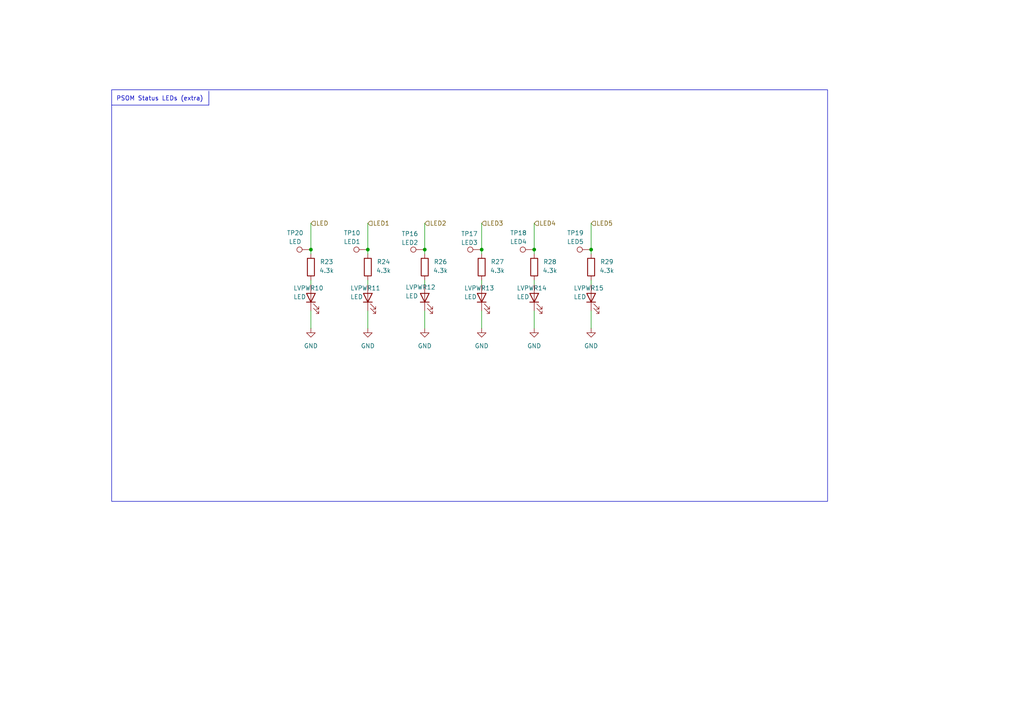
<source format=kicad_sch>
(kicad_sch (version 20250114) (generator "eeschema") (generator_version "9.0")
  (paper "A4")
  (lib_symbols
    (symbol "Connector:TestPoint" (pin_numbers (hide yes)) (pin_names (offset 0.762) (hide yes))
      (property "Reference" "TP" (at 0 6.858 0))
      (property "Value" "TestPoint" (at 0 5.08 0))
      (symbol "TestPoint_0_1"
        (circle (center 0 3.302) (radius 0.762))
      )
      (symbol "TestPoint_1_1"
        (pin passive line (at 0 0 90) (length 2.54) (name "1") (number "1"))
      )
    )
    (symbol "Device:LED" (pin_numbers (hide yes)) (pin_names (offset 1.016) (hide yes))
      (property "Reference" "D" (at 0 2.54 0))
      (property "Value" "LED" (at 0 -2.54 0))
      (symbol "LED_0_1"
        (polyline (pts (xy -3.048 -0.762) (xy -4.572 -2.286) (xy -3.81 -2.286) (xy -4.572 -2.286) (xy -4.572 -1.524)))
        (polyline (pts (xy -1.778 -0.762) (xy -3.302 -2.286) (xy -2.54 -2.286) (xy -3.302 -2.286) (xy -3.302 -1.524)))
        (polyline (pts (xy -1.27 0) (xy 1.27 0)))
        (polyline (pts (xy -1.27 -1.27) (xy -1.27 1.27)) (stroke (width 0.254)))
        (polyline (pts (xy 1.27 -1.27) (xy 1.27 1.27) (xy -1.27 0) (xy 1.27 -1.27)) (stroke (width 0.254)))
      )
      (symbol "LED_1_1"
        (pin passive line (at -3.81 0 0) (length 2.54) (name "K") (number "1"))
        (pin passive line (at 3.81 0 180) (length 2.54) (name "A") (number "2"))
      )
    )
    (symbol "Device:R" (pin_numbers (hide yes)) (pin_names (offset 0))
      (property "Reference" "R" (at 2.032 0 90))
      (property "Value" "R" (at 0 0 90))
      (symbol "R_0_1"
        (rectangle (start -1.016 -2.54) (end 1.016 2.54) (stroke (width 0.254)))
      )
      (symbol "R_1_1"
        (pin passive line (at 0 3.81 270) (length 1.27) (name "~") (number "1"))
        (pin passive line (at 0 -3.81 90) (length 1.27) (name "~") (number "2"))
      )
    )
    (symbol "power:GND" (power) (pin_numbers (hide yes)) (pin_names (offset 0) (hide yes))
      (property "Value" "GND" (at 0 -3.81 0))
      (symbol "GND_0_1"
        (polyline (pts (xy 0 0) (xy 0 -1.27) (xy 1.27 -1.27) (xy 0 -2.54) (xy -1.27 -1.27) (xy 0 -1.27)))
      )
      (symbol "GND_1_1"
        (pin power_in line (at 0 0 270) (length 0) (name "~") (number "1"))
      )
    )
  )
  (rectangle (start 32.385 26.035) (end 240.03 145.415))
  (text "PSOM Status LEDs (extra)" (at 46.355 28.702 0) (effects (font (size 1.27 1.27))))
  (junction (at 106.68 72.39))
  (junction (at 123.19 72.39))
  (junction (at 154.94 72.39))
  (junction (at 171.45 72.39))
  (junction (at 139.7 72.39))
  (junction (at 90.17 72.39))
  (wire (pts (xy 106.68 81.28) (xy 106.68 82.55)))
  (wire (pts (xy 171.45 90.17) (xy 171.45 95.25)))
  (wire (pts (xy 154.94 81.28) (xy 154.94 82.55)))
  (wire (pts (xy 123.19 81.28) (xy 123.19 82.55)))
  (wire (pts (xy 139.7 81.28) (xy 139.7 82.55)))
  (wire (pts (xy 171.45 81.28) (xy 171.45 82.55)))
  (wire (pts (xy 123.19 64.77) (xy 123.19 72.39)))
  (wire (pts (xy 139.7 64.77) (xy 139.7 72.39)))
  (wire (pts (xy 106.68 64.77) (xy 106.68 72.39)))
  (wire (pts (xy 90.17 81.28) (xy 90.17 82.55)))
  (polyline (pts (xy 32.385 30.48) (xy 60.579 30.48)))
  (wire (pts (xy 123.19 90.17) (xy 123.19 95.25)))
  (wire (pts (xy 139.7 90.17) (xy 139.7 95.25)))
  (wire (pts (xy 90.17 64.77) (xy 90.17 72.39)))
  (wire (pts (xy 123.19 72.39) (xy 123.19 73.66)))
  (wire (pts (xy 171.45 64.77) (xy 171.45 72.39)))
  (wire (pts (xy 90.17 90.17) (xy 90.17 95.25)))
  (wire (pts (xy 106.68 72.39) (xy 106.68 73.66)))
  (wire (pts (xy 171.45 72.39) (xy 171.45 73.66)))
  (wire (pts (xy 154.94 90.17) (xy 154.94 95.25)))
  (wire (pts (xy 90.17 72.39) (xy 90.17 73.66)))
  (wire (pts (xy 106.68 90.17) (xy 106.68 95.25)))
  (wire (pts (xy 154.94 64.77) (xy 154.94 72.39)))
  (wire (pts (xy 154.94 72.39) (xy 154.94 73.66)))
  (wire (pts (xy 139.7 72.39) (xy 139.7 73.66)))
  (polyline (pts (xy 60.579 26.416) (xy 60.579 30.48)))
  (hierarchical_label "LED3" (shape input) (at 139.7 64.77 0))
  (hierarchical_label "LED" (shape input) (at 90.17 64.77 0))
  (hierarchical_label "LED1" (shape input) (at 106.68 64.77 0))
  (hierarchical_label "LED4" (shape input) (at 154.94 64.77 0))
  (hierarchical_label "LED5" (shape input) (at 171.45 64.77 0))
  (hierarchical_label "LED2" (shape input) (at 123.19 64.77 0))
  (symbol (lib_id "power:GND") (at 123.19 95.25 0) (unit 1)
    (property "Reference" "#PWR049" (effects (hide yes)))
    (property "Value" "GND" (at 123.19 100.33 0))
    (property "Description" "Power symbol creates a global label with name \"GND\" , ground" (effects (hide yes)))
  )
  (symbol (lib_id "Device:LED") (at 106.68 86.36 90) (unit 1)
    (property "Reference" "LVPWR11" (at 101.6 83.566 90) (effects (justify right)))
    (property "Value" "LED" (at 101.6 86.106 90) (effects (justify right)))
    (property "Footprint" "LED_SMD:LED_0603_1608Metric" (effects (hide yes)))
    (property "Description" "Light emitting diode" (effects (hide yes)))
    (property "Sim.Pins" "1=K 2=A" (effects (hide yes)))
  )
  (symbol (lib_id "power:GND") (at 171.45 95.25 0) (unit 1)
    (property "Reference" "#PWR053" (effects (hide yes)))
    (property "Value" "GND" (at 171.45 100.33 0))
    (property "Description" "Power symbol creates a global label with name \"GND\" , ground" (effects (hide yes)))
  )
  (symbol (lib_id "Connector:TestPoint") (at 154.94 72.39 90) (unit 1) (in_bom no)
    (property "Reference" "TP18" (at 150.368 67.564 90))
    (property "Value" "LED4" (at 150.368 70.104 90))
    (property "Footprint" "TestPoint:TestPoint_Pad_1.0x1.0mm" (effects (hide yes)))
    (property "Description" "test point" (effects (hide yes)))
  )
  (symbol (lib_id "Device:R") (at 106.68 77.47 180) (unit 1)
    (property "Reference" "R24" (at 111.252 75.946 0))
    (property "Value" "4.3k" (at 111.252 78.486 0))
    (property "Footprint" "Resistor_SMD:R_0603_1608Metric_Pad0.98x0.95mm_HandSolder" (effects (hide yes)))
    (property "Description" "Resistor" (effects (hide yes)))
    (property "Manufacturer_Part_Number" "CRCW06034K30FKEA" (effects (hide yes)))
  )
  (symbol (lib_id "Device:LED") (at 139.7 86.36 90) (unit 1)
    (property "Reference" "LVPWR13" (at 134.62 83.566 90) (effects (justify right)))
    (property "Value" "LED" (at 134.62 86.106 90) (effects (justify right)))
    (property "Footprint" "LED_SMD:LED_0603_1608Metric" (effects (hide yes)))
    (property "Description" "Light emitting diode" (effects (hide yes)))
    (property "Sim.Pins" "1=K 2=A" (effects (hide yes)))
  )
  (symbol (lib_id "Connector:TestPoint") (at 106.68 72.39 90) (unit 1) (in_bom no)
    (property "Reference" "TP10" (at 102.108 67.564 90))
    (property "Value" "LED1" (at 102.108 70.104 90))
    (property "Footprint" "TestPoint:TestPoint_Pad_1.0x1.0mm" (effects (hide yes)))
    (property "Description" "test point" (effects (hide yes)))
  )
  (symbol (lib_id "Connector:TestPoint") (at 123.19 72.39 90) (unit 1) (in_bom no)
    (property "Reference" "TP16" (at 118.872 67.818 90))
    (property "Value" "LED2" (at 118.872 70.358 90))
    (property "Footprint" "TestPoint:TestPoint_Pad_1.0x1.0mm" (effects (hide yes)))
    (property "Description" "test point" (effects (hide yes)))
  )
  (symbol (lib_id "Connector:TestPoint") (at 139.7 72.39 90) (unit 1) (in_bom no)
    (property "Reference" "TP17" (at 136.144 67.818 90))
    (property "Value" "LED3" (at 136.144 70.358 90))
    (property "Footprint" "TestPoint:TestPoint_Pad_1.0x1.0mm" (effects (hide yes)))
    (property "Description" "test point" (effects (hide yes)))
  )
  (symbol (lib_id "Device:LED") (at 154.94 86.36 90) (unit 1)
    (property "Reference" "LVPWR14" (at 149.86 83.566 90) (effects (justify right)))
    (property "Value" "LED" (at 149.86 86.106 90) (effects (justify right)))
    (property "Footprint" "LED_SMD:LED_0603_1608Metric" (effects (hide yes)))
    (property "Description" "Light emitting diode" (effects (hide yes)))
    (property "Sim.Pins" "1=K 2=A" (effects (hide yes)))
  )
  (symbol (lib_id "Device:LED") (at 171.45 86.36 90) (unit 1)
    (property "Reference" "LVPWR15" (at 166.37 83.566 90) (effects (justify right)))
    (property "Value" "LED" (at 166.37 86.106 90) (effects (justify right)))
    (property "Footprint" "LED_SMD:LED_0603_1608Metric" (effects (hide yes)))
    (property "Description" "Light emitting diode" (effects (hide yes)))
    (property "Sim.Pins" "1=K 2=A" (effects (hide yes)))
  )
  (symbol (lib_id "Connector:TestPoint") (at 171.45 72.39 90) (unit 1) (in_bom no)
    (property "Reference" "TP19" (at 166.878 67.564 90))
    (property "Value" "LED5" (at 166.878 70.104 90))
    (property "Footprint" "TestPoint:TestPoint_Pad_1.0x1.0mm" (effects (hide yes)))
    (property "Description" "test point" (effects (hide yes)))
  )
  (symbol (lib_id "Connector:TestPoint") (at 90.17 72.39 90) (unit 1) (in_bom no)
    (property "Reference" "TP20" (at 85.598 67.564 90))
    (property "Value" "LED" (at 85.598 70.104 90))
    (property "Footprint" "TestPoint:TestPoint_Pad_1.0x1.0mm" (effects (hide yes)))
    (property "Description" "test point" (effects (hide yes)))
  )
  (symbol (lib_id "power:GND") (at 106.68 95.25 0) (unit 1)
    (property "Reference" "#PWR045" (effects (hide yes)))
    (property "Value" "GND" (at 106.68 100.33 0))
    (property "Description" "Power symbol creates a global label with name \"GND\" , ground" (effects (hide yes)))
  )
  (symbol (lib_id "Device:R") (at 171.45 77.47 180) (unit 1)
    (property "Reference" "R29" (at 176.022 75.946 0))
    (property "Value" "4.3k" (at 176.022 78.486 0))
    (property "Footprint" "Resistor_SMD:R_0603_1608Metric_Pad0.98x0.95mm_HandSolder" (effects (hide yes)))
    (property "Description" "Resistor" (effects (hide yes)))
    (property "Manufacturer_Part_Number" "CRCW06034K30FKEA" (effects (hide yes)))
  )
  (symbol (lib_id "Device:R") (at 90.17 77.47 180) (unit 1)
    (property "Reference" "R23" (at 94.742 75.946 0))
    (property "Value" "4.3k" (at 94.742 78.486 0))
    (property "Footprint" "Resistor_SMD:R_0603_1608Metric_Pad0.98x0.95mm_HandSolder" (effects (hide yes)))
    (property "Description" "Resistor" (effects (hide yes)))
    (property "Manufacturer_Part_Number" "CRCW06034K30FKEA" (effects (hide yes)))
  )
  (symbol (lib_id "power:GND") (at 139.7 95.25 0) (unit 1)
    (property "Reference" "#PWR051" (effects (hide yes)))
    (property "Value" "GND" (at 139.7 100.33 0))
    (property "Description" "Power symbol creates a global label with name \"GND\" , ground" (effects (hide yes)))
  )
  (symbol (lib_id "power:GND") (at 154.94 95.25 0) (unit 1)
    (property "Reference" "#PWR052" (effects (hide yes)))
    (property "Value" "GND" (at 154.94 100.33 0))
    (property "Description" "Power symbol creates a global label with name \"GND\" , ground" (effects (hide yes)))
  )
  (symbol (lib_id "Device:LED") (at 123.19 86.36 90) (unit 1)
    (property "Reference" "LVPWR12" (at 117.602 83.312 90) (effects (justify right)))
    (property "Value" "LED" (at 117.602 85.852 90) (effects (justify right)))
    (property "Footprint" "LED_SMD:LED_0603_1608Metric" (effects (hide yes)))
    (property "Description" "Light emitting diode" (effects (hide yes)))
    (property "Sim.Pins" "1=K 2=A" (effects (hide yes)))
  )
  (symbol (lib_id "Device:R") (at 123.19 77.47 180) (unit 1)
    (property "Reference" "R26" (at 127.762 75.946 0))
    (property "Value" "4.3k" (at 127.762 78.486 0))
    (property "Footprint" "Resistor_SMD:R_0603_1608Metric_Pad0.98x0.95mm_HandSolder" (effects (hide yes)))
    (property "Description" "Resistor" (effects (hide yes)))
    (property "Manufacturer_Part_Number" "CRCW06034K30FKEA" (effects (hide yes)))
  )
  (symbol (lib_id "Device:LED") (at 90.17 86.36 90) (unit 1)
    (property "Reference" "LVPWR10" (at 85.09 83.566 90) (effects (justify right)))
    (property "Value" "LED" (at 85.09 86.106 90) (effects (justify right)))
    (property "Footprint" "LED_SMD:LED_0603_1608Metric" (effects (hide yes)))
    (property "Description" "Light emitting diode" (effects (hide yes)))
    (property "Sim.Pins" "1=K 2=A" (effects (hide yes)))
  )
  (symbol (lib_id "Device:R") (at 139.7 77.47 180) (unit 1)
    (property "Reference" "R27" (at 144.272 75.946 0))
    (property "Value" "4.3k" (at 144.272 78.486 0))
    (property "Footprint" "Resistor_SMD:R_0603_1608Metric_Pad0.98x0.95mm_HandSolder" (effects (hide yes)))
    (property "Description" "Resistor" (effects (hide yes)))
    (property "Manufacturer_Part_Number" "CRCW06034K30FKEA" (effects (hide yes)))
  )
  (symbol (lib_id "power:GND") (at 90.17 95.25 0) (unit 1)
    (property "Reference" "#PWR025" (effects (hide yes)))
    (property "Value" "GND" (at 90.17 100.33 0))
    (property "Description" "Power symbol creates a global label with name \"GND\" , ground" (effects (hide yes)))
  )
  (symbol (lib_id "Device:R") (at 154.94 77.47 180) (unit 1)
    (property "Reference" "R28" (at 159.512 75.946 0))
    (property "Value" "4.3k" (at 159.512 78.486 0))
    (property "Footprint" "Resistor_SMD:R_0603_1608Metric_Pad0.98x0.95mm_HandSolder" (effects (hide yes)))
    (property "Description" "Resistor" (effects (hide yes)))
    (property "Manufacturer_Part_Number" "CRCW06034K30FKEA" (effects (hide yes)))
  )
)
</source>
